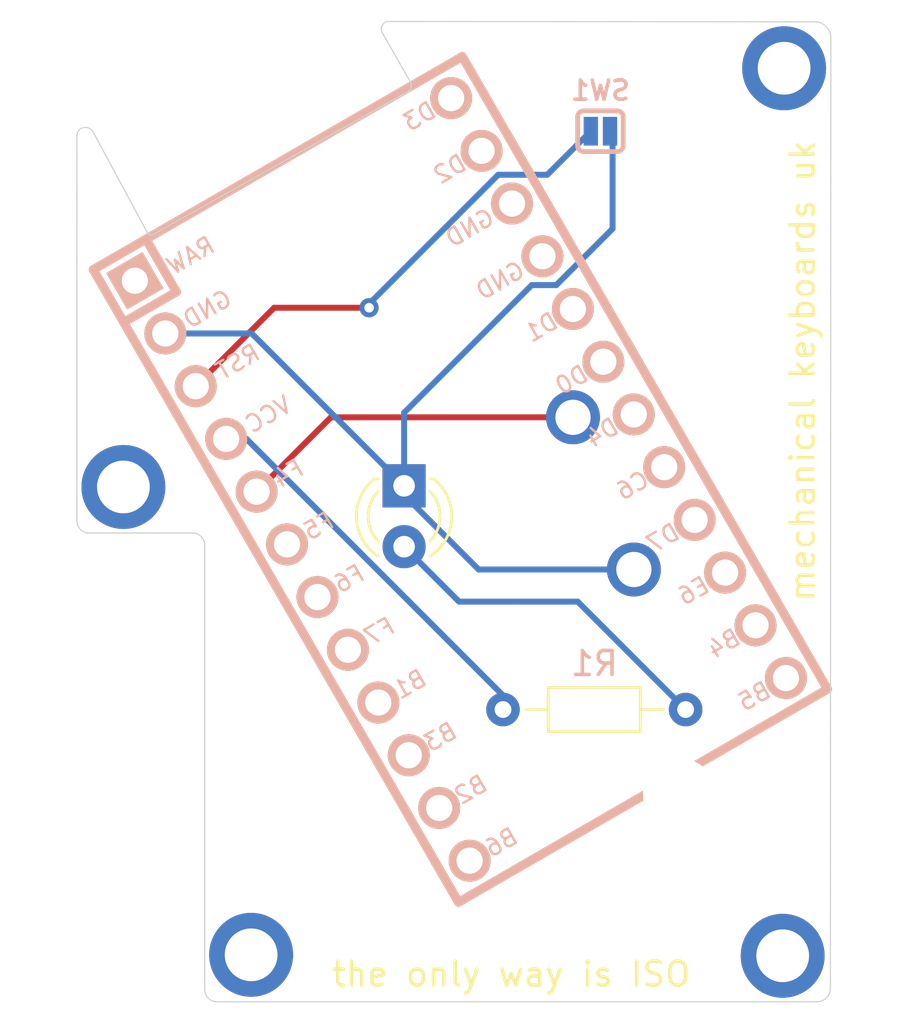
<source format=kicad_pcb>
(kicad_pcb (version 20171130) (host pcbnew "(5.1.8-0-10_14)")

  (general
    (thickness 1.6)
    (drawings 22)
    (tracks 26)
    (zones 0)
    (modules 9)
    (nets 26)
  )

  (page A4)
  (layers
    (0 F.Cu signal)
    (31 B.Cu signal)
    (32 B.Adhes user)
    (33 F.Adhes user)
    (34 B.Paste user)
    (35 F.Paste user)
    (36 B.SilkS user)
    (37 F.SilkS user)
    (38 B.Mask user)
    (39 F.Mask user)
    (40 Dwgs.User user)
    (41 Cmts.User user)
    (42 Eco1.User user)
    (43 Eco2.User user)
    (44 Edge.Cuts user)
    (45 Margin user)
    (46 B.CrtYd user)
    (47 F.CrtYd user)
    (48 B.Fab user)
    (49 F.Fab user)
  )

  (setup
    (last_trace_width 0.25)
    (trace_clearance 0.2)
    (zone_clearance 0.508)
    (zone_45_only no)
    (trace_min 0.2)
    (via_size 0.8)
    (via_drill 0.4)
    (via_min_size 0.4)
    (via_min_drill 0.3)
    (uvia_size 0.3)
    (uvia_drill 0.1)
    (uvias_allowed no)
    (uvia_min_size 0.2)
    (uvia_min_drill 0.1)
    (edge_width 0.05)
    (segment_width 0.2)
    (pcb_text_width 0.3)
    (pcb_text_size 1.5 1.5)
    (mod_edge_width 0.12)
    (mod_text_size 1 1)
    (mod_text_width 0.15)
    (pad_size 0.6 1.2)
    (pad_drill 0)
    (pad_to_mask_clearance 0)
    (aux_axis_origin 0 0)
    (grid_origin 139.573 108.712)
    (visible_elements FFFFFF7F)
    (pcbplotparams
      (layerselection 0x00080_7ffffffe)
      (usegerberextensions false)
      (usegerberattributes true)
      (usegerberadvancedattributes true)
      (creategerberjobfile true)
      (excludeedgelayer true)
      (linewidth 0.100000)
      (plotframeref false)
      (viasonmask false)
      (mode 1)
      (useauxorigin false)
      (hpglpennumber 1)
      (hpglpenspeed 20)
      (hpglpendiameter 15.000000)
      (psnegative false)
      (psa4output false)
      (plotreference true)
      (plotvalue true)
      (plotinvisibletext false)
      (padsonsilk false)
      (subtractmaskfromsilk false)
      (outputformat 3)
      (mirror false)
      (drillshape 0)
      (scaleselection 1)
      (outputdirectory "gerb/"))
  )

  (net 0 "")
  (net 1 "Net-(K?1-Pad1)")
  (net 2 "Net-(D1-Pad1)")
  (net 3 "Net-(D1-Pad2)")
  (net 4 "Net-(R1-Pad1)")
  (net 5 "Net-(SW1-Pad1)")
  (net 6 "Net-(U1-Pad9)")
  (net 7 "Net-(U1-Pad19)")
  (net 8 "Net-(U1-Pad15)")
  (net 9 "Net-(U1-Pad10)")
  (net 10 "Net-(U1-Pad12)")
  (net 11 "Net-(U1-Pad24)")
  (net 12 "Net-(U1-Pad14)")
  (net 13 "Net-(U1-Pad7)")
  (net 14 "Net-(U1-Pad21)")
  (net 15 "Net-(U1-Pad11)")
  (net 16 "Net-(U1-Pad1)")
  (net 17 "Net-(U1-Pad16)")
  (net 18 "Net-(U1-Pad8)")
  (net 19 "Net-(U1-Pad23)")
  (net 20 "Net-(U1-Pad13)")
  (net 21 "Net-(U1-Pad20)")
  (net 22 "Net-(U1-Pad6)")
  (net 23 "Net-(U1-Pad22)")
  (net 24 "Net-(U1-Pad18)")
  (net 25 "Net-(U1-Pad17)")

  (net_class Default "This is the default net class."
    (clearance 0.2)
    (trace_width 0.25)
    (via_dia 0.8)
    (via_drill 0.4)
    (uvia_dia 0.3)
    (uvia_drill 0.1)
    (add_net "Net-(D1-Pad1)")
    (add_net "Net-(D1-Pad2)")
    (add_net "Net-(K?1-Pad1)")
    (add_net "Net-(R1-Pad1)")
    (add_net "Net-(SW1-Pad1)")
    (add_net "Net-(U1-Pad1)")
    (add_net "Net-(U1-Pad10)")
    (add_net "Net-(U1-Pad11)")
    (add_net "Net-(U1-Pad12)")
    (add_net "Net-(U1-Pad13)")
    (add_net "Net-(U1-Pad14)")
    (add_net "Net-(U1-Pad15)")
    (add_net "Net-(U1-Pad16)")
    (add_net "Net-(U1-Pad17)")
    (add_net "Net-(U1-Pad18)")
    (add_net "Net-(U1-Pad19)")
    (add_net "Net-(U1-Pad20)")
    (add_net "Net-(U1-Pad21)")
    (add_net "Net-(U1-Pad22)")
    (add_net "Net-(U1-Pad23)")
    (add_net "Net-(U1-Pad24)")
    (add_net "Net-(U1-Pad6)")
    (add_net "Net-(U1-Pad7)")
    (add_net "Net-(U1-Pad8)")
    (add_net "Net-(U1-Pad9)")
  )

  (module random-keyboard-parts:Generic-Mounthole (layer F.Cu) (tedit 5C91B17B) (tstamp 5FB857C2)
    (at 121.193 95.362)
    (path /5FB9A399)
    (attr virtual)
    (fp_text reference H4 (at 0 2) (layer Dwgs.User)
      (effects (font (size 1 1) (thickness 0.15)))
    )
    (fp_text value MountingHole (at 0 -2) (layer Dwgs.User)
      (effects (font (size 1 1) (thickness 0.15)))
    )
    (pad 1 thru_hole circle (at 0 0) (size 3.5 3.5) (drill 2.2) (layers *.Cu *.Mask))
  )

  (module random-keyboard-parts:Generic-Mounthole (layer F.Cu) (tedit 5C91B17B) (tstamp 5FB856BF)
    (at 126.523 114.882)
    (path /5FB9A014)
    (attr virtual)
    (fp_text reference H3 (at 0 2) (layer Dwgs.User)
      (effects (font (size 1 1) (thickness 0.15)))
    )
    (fp_text value MountingHole (at 0 -2) (layer Dwgs.User)
      (effects (font (size 1 1) (thickness 0.15)))
    )
    (pad 1 thru_hole circle (at 0 0) (size 3.5 3.5) (drill 2.2) (layers *.Cu *.Mask))
  )

  (module random-keyboard-parts:Generic-Mounthole (layer F.Cu) (tedit 5C91B17B) (tstamp 5FB856BA)
    (at 148.703 114.922)
    (path /5FB99CA0)
    (attr virtual)
    (fp_text reference H2 (at 0 2) (layer Dwgs.User)
      (effects (font (size 1 1) (thickness 0.15)))
    )
    (fp_text value MountingHole (at 0 -2) (layer Dwgs.User)
      (effects (font (size 1 1) (thickness 0.15)))
    )
    (pad 1 thru_hole circle (at 0 0) (size 3.5 3.5) (drill 2.2) (layers *.Cu *.Mask))
  )

  (module random-keyboard-parts:Generic-Mounthole (layer F.Cu) (tedit 5C91B17B) (tstamp 5FB856B5)
    (at 148.763 77.892)
    (path /5FB9990F)
    (attr virtual)
    (fp_text reference H1 (at 0 2) (layer Dwgs.User)
      (effects (font (size 1 1) (thickness 0.15)))
    )
    (fp_text value MountingHole (at 0 -2) (layer Dwgs.User)
      (effects (font (size 1 1) (thickness 0.15)))
    )
    (pad 1 thru_hole circle (at 0 0) (size 3.5 3.5) (drill 2.2) (layers *.Cu *.Mask))
  )

  (module canadian_footprints:Pro_Micro (layer F.Cu) (tedit 5FB7CBF9) (tstamp 5FB8049B)
    (at 134.493 93.726 30)
    (path /5FB7984E)
    (fp_text reference U1 (at 0.508 -14.732 210) (layer Eco1.User)
      (effects (font (size 1.27 1.524) (thickness 0.2032)))
    )
    (fp_text value " " (at 0 1.524 120) (layer F.SilkS)
      (effects (font (size 1.27 1.524) (thickness 0.2032)))
    )
    (fp_line (start -6.35 -11.176) (end -8.89 -11.176) (layer B.SilkS) (width 0.381))
    (fp_line (start -6.35 -13.716) (end -6.35 -11.176) (layer B.SilkS) (width 0.381))
    (fp_line (start 8.89 16.764) (end 8.89 -13.716) (layer B.SilkS) (width 0.381))
    (fp_line (start -8.89 16.764) (end 8.89 16.764) (layer B.SilkS) (width 0.381))
    (fp_line (start -8.89 -13.716) (end -8.89 16.764) (layer B.SilkS) (width 0.381))
    (fp_line (start 8.89 -13.716) (end -8.89 -13.716) (layer B.SilkS) (width 0.381))
    (fp_text user " " (at -5.08 -12.192 30) (layer F.SilkS)
      (effects (font (size 0.7 0.7) (thickness 0.1)))
    )
    (fp_text user " " (at -5.588 -9.906 30) (layer F.SilkS)
      (effects (font (size 0.7 0.7) (thickness 0.1)))
    )
    (fp_text user " " (at -5.588 -7.366 30) (layer F.SilkS)
      (effects (font (size 0.7 0.7) (thickness 0.1)))
    )
    (fp_text user " " (at -5.588 -4.826 30) (layer F.SilkS)
      (effects (font (size 0.7 0.7) (thickness 0.1)))
    )
    (fp_text user " " (at -6.096 -2.286 30) (layer F.SilkS)
      (effects (font (size 0.7 0.7) (thickness 0.1)))
    )
    (fp_text user " " (at -6.096 0.254 30) (layer F.SilkS)
      (effects (font (size 0.7 0.7) (thickness 0.1)))
    )
    (fp_text user " " (at -6.096 5.334 30) (layer F.SilkS)
      (effects (font (size 0.7 0.7) (thickness 0.1)))
    )
    (fp_text user " " (at -6.096 2.794 30) (layer F.SilkS)
      (effects (font (size 0.7 0.7) (thickness 0.1)))
    )
    (fp_text user " " (at -6.096 7.874 30) (layer F.SilkS)
      (effects (font (size 0.7 0.7) (thickness 0.1)))
    )
    (fp_text user " " (at -6.096 10.414 30) (layer F.SilkS)
      (effects (font (size 0.7 0.7) (thickness 0.1)))
    )
    (fp_text user " " (at -6.096 12.954 30) (layer F.SilkS)
      (effects (font (size 0.7 0.7) (thickness 0.1)))
    )
    (fp_text user " " (at -6.096 15.494 30) (layer F.SilkS)
      (effects (font (size 0.7 0.7) (thickness 0.1)))
    )
    (fp_text user " " (at 6.096 -12.446 30) (layer F.SilkS)
      (effects (font (size 0.7 0.7) (thickness 0.1)))
    )
    (fp_text user " " (at 6.096 -9.906 30) (layer F.SilkS)
      (effects (font (size 0.7 0.7) (thickness 0.1)))
    )
    (fp_text user " " (at 5.588 -7.366 30) (layer F.SilkS)
      (effects (font (size 0.7 0.7) (thickness 0.1)))
    )
    (fp_text user " " (at 5.588 -4.826 30) (layer F.SilkS)
      (effects (font (size 0.7 0.7) (thickness 0.1)))
    )
    (fp_text user " " (at 6.096 -2.286 30) (layer F.SilkS)
      (effects (font (size 0.7 0.7) (thickness 0.1)))
    )
    (fp_text user " " (at 6.096 0.254 30) (layer F.SilkS)
      (effects (font (size 0.7 0.7) (thickness 0.1)))
    )
    (fp_text user " " (at 6.096 2.794 30) (layer F.SilkS)
      (effects (font (size 0.7 0.7) (thickness 0.1)))
    )
    (fp_text user " " (at 6.096 5.334 30) (layer F.SilkS)
      (effects (font (size 0.7 0.7) (thickness 0.1)))
    )
    (fp_text user B5 (at 6.096 15.494 30) (layer B.SilkS)
      (effects (font (size 0.7 0.7) (thickness 0.1)) (justify mirror))
    )
    (fp_text user B4 (at 6.096 12.954 30) (layer B.SilkS)
      (effects (font (size 0.7 0.7) (thickness 0.1)) (justify mirror))
    )
    (fp_text user E6 (at 6.096 10.414 30) (layer B.SilkS)
      (effects (font (size 0.7 0.7) (thickness 0.1)) (justify mirror))
    )
    (fp_text user D7 (at 6.096 7.874 30) (layer B.SilkS)
      (effects (font (size 0.7 0.7) (thickness 0.1)) (justify mirror))
    )
    (fp_text user C6 (at 6.096 5.334 30) (layer B.SilkS)
      (effects (font (size 0.7 0.7) (thickness 0.1)) (justify mirror))
    )
    (fp_text user D4 (at 6.096 2.794 30) (layer B.SilkS)
      (effects (font (size 0.7 0.7) (thickness 0.1)) (justify mirror))
    )
    (fp_text user D0 (at 6.096 0.254 30) (layer B.SilkS)
      (effects (font (size 0.7 0.7) (thickness 0.1)) (justify mirror))
    )
    (fp_text user D1 (at 6.096 -2.286 30) (layer B.SilkS)
      (effects (font (size 0.7 0.7) (thickness 0.1)) (justify mirror))
    )
    (fp_text user GND (at 5.588 -4.826 30) (layer B.SilkS)
      (effects (font (size 0.7 0.7) (thickness 0.1)) (justify mirror))
    )
    (fp_text user GND (at 5.588 -7.366 30) (layer B.SilkS)
      (effects (font (size 0.7 0.7) (thickness 0.1)) (justify mirror))
    )
    (fp_text user D2 (at 6.096 -9.906 30) (layer B.SilkS)
      (effects (font (size 0.7 0.7) (thickness 0.1)) (justify mirror))
    )
    (fp_text user D3 (at 6.096 -12.446 30) (layer B.SilkS)
      (effects (font (size 0.7 0.7) (thickness 0.1)) (justify mirror))
    )
    (fp_text user B6 (at -6.096 15.494 30) (layer B.SilkS)
      (effects (font (size 0.7 0.7) (thickness 0.1)) (justify mirror))
    )
    (fp_text user B2 (at -6.096 12.954 30) (layer B.SilkS)
      (effects (font (size 0.7 0.7) (thickness 0.1)) (justify mirror))
    )
    (fp_text user B3 (at -6.096 10.414 30) (layer B.SilkS)
      (effects (font (size 0.7 0.7) (thickness 0.1)) (justify mirror))
    )
    (fp_text user B1 (at -6.096 7.874 30) (layer B.SilkS)
      (effects (font (size 0.7 0.7) (thickness 0.1)) (justify mirror))
    )
    (fp_text user F6 (at -6.096 2.794 30) (layer B.SilkS)
      (effects (font (size 0.7 0.7) (thickness 0.1)) (justify mirror))
    )
    (fp_text user F7 (at -6.096 5.334 30) (layer B.SilkS)
      (effects (font (size 0.7 0.7) (thickness 0.1)) (justify mirror))
    )
    (fp_text user F5 (at -6.096 0.254 30) (layer B.SilkS)
      (effects (font (size 0.7 0.7) (thickness 0.1)) (justify mirror))
    )
    (fp_text user F4 (at -6.096 -2.286 30) (layer B.SilkS)
      (effects (font (size 0.7 0.7) (thickness 0.1)) (justify mirror))
    )
    (fp_text user VCC (at -5.588 -4.826 30) (layer B.SilkS)
      (effects (font (size 0.7 0.7) (thickness 0.1)) (justify mirror))
    )
    (fp_text user RST (at -5.588 -7.366 30) (layer B.SilkS)
      (effects (font (size 0.7 0.7) (thickness 0.1)) (justify mirror))
    )
    (fp_text user GND (at -5.588 -9.906 30) (layer B.SilkS)
      (effects (font (size 0.7 0.7) (thickness 0.1)) (justify mirror))
    )
    (fp_text user RAW (at -5.08 -12.192 30) (layer B.SilkS)
      (effects (font (size 0.7 0.7) (thickness 0.1)) (justify mirror))
    )
    (pad 13 thru_hole circle (at 7.62 -12.446 300) (size 1.7526 1.7526) (drill 1.0922) (layers *.Cu *.SilkS *.Mask)
      (net 20 "Net-(U1-Pad13)"))
    (pad 14 thru_hole circle (at 7.62 -9.906 300) (size 1.7526 1.7526) (drill 1.0922) (layers *.Cu *.SilkS *.Mask)
      (net 12 "Net-(U1-Pad14)"))
    (pad 15 thru_hole circle (at 7.62 -7.366 300) (size 1.7526 1.7526) (drill 1.0922) (layers *.Cu *.SilkS *.Mask)
      (net 8 "Net-(U1-Pad15)"))
    (pad 16 thru_hole circle (at 7.62 -4.826 300) (size 1.7526 1.7526) (drill 1.0922) (layers *.Cu *.SilkS *.Mask)
      (net 17 "Net-(U1-Pad16)"))
    (pad 17 thru_hole circle (at 7.62 -2.286 300) (size 1.7526 1.7526) (drill 1.0922) (layers *.Cu *.SilkS *.Mask)
      (net 25 "Net-(U1-Pad17)"))
    (pad 18 thru_hole circle (at 7.62 0.254 300) (size 1.7526 1.7526) (drill 1.0922) (layers *.Cu *.SilkS *.Mask)
      (net 24 "Net-(U1-Pad18)"))
    (pad 19 thru_hole circle (at 7.62 2.794 300) (size 1.7526 1.7526) (drill 1.0922) (layers *.Cu *.SilkS *.Mask)
      (net 7 "Net-(U1-Pad19)"))
    (pad 20 thru_hole circle (at 7.62 5.334 300) (size 1.7526 1.7526) (drill 1.0922) (layers *.Cu *.SilkS *.Mask)
      (net 21 "Net-(U1-Pad20)"))
    (pad 21 thru_hole circle (at 7.62 7.874 300) (size 1.7526 1.7526) (drill 1.0922) (layers *.Cu *.SilkS *.Mask)
      (net 14 "Net-(U1-Pad21)"))
    (pad 22 thru_hole circle (at 7.62 10.414 300) (size 1.7526 1.7526) (drill 1.0922) (layers *.Cu *.SilkS *.Mask)
      (net 23 "Net-(U1-Pad22)"))
    (pad 23 thru_hole circle (at 7.62 12.954 300) (size 1.7526 1.7526) (drill 1.0922) (layers *.Cu *.SilkS *.Mask)
      (net 19 "Net-(U1-Pad23)"))
    (pad 24 thru_hole circle (at 7.62 15.494 300) (size 1.7526 1.7526) (drill 1.0922) (layers *.Cu *.SilkS *.Mask)
      (net 11 "Net-(U1-Pad24)"))
    (pad 12 thru_hole circle (at -7.62 15.494 300) (size 1.7526 1.7526) (drill 1.0922) (layers *.Cu *.SilkS *.Mask)
      (net 10 "Net-(U1-Pad12)"))
    (pad 11 thru_hole circle (at -7.62 12.954 300) (size 1.7526 1.7526) (drill 1.0922) (layers *.Cu *.SilkS *.Mask)
      (net 15 "Net-(U1-Pad11)"))
    (pad 10 thru_hole circle (at -7.62 10.414 300) (size 1.7526 1.7526) (drill 1.0922) (layers *.Cu *.SilkS *.Mask)
      (net 9 "Net-(U1-Pad10)"))
    (pad 9 thru_hole circle (at -7.62 7.874 300) (size 1.7526 1.7526) (drill 1.0922) (layers *.Cu *.SilkS *.Mask)
      (net 6 "Net-(U1-Pad9)"))
    (pad 8 thru_hole circle (at -7.62 5.334 300) (size 1.7526 1.7526) (drill 1.0922) (layers *.Cu *.SilkS *.Mask)
      (net 18 "Net-(U1-Pad8)"))
    (pad 7 thru_hole circle (at -7.62 2.794 300) (size 1.7526 1.7526) (drill 1.0922) (layers *.Cu *.SilkS *.Mask)
      (net 13 "Net-(U1-Pad7)"))
    (pad 6 thru_hole circle (at -7.62 0.254 300) (size 1.7526 1.7526) (drill 1.0922) (layers *.Cu *.SilkS *.Mask)
      (net 22 "Net-(U1-Pad6)"))
    (pad 5 thru_hole circle (at -7.62 -2.286 300) (size 1.7526 1.7526) (drill 1.0922) (layers *.Cu *.SilkS *.Mask)
      (net 1 "Net-(K?1-Pad1)"))
    (pad 4 thru_hole circle (at -7.62 -4.826 300) (size 1.7526 1.7526) (drill 1.0922) (layers *.Cu *.SilkS *.Mask)
      (net 4 "Net-(R1-Pad1)"))
    (pad 3 thru_hole circle (at -7.62 -7.366 300) (size 1.7526 1.7526) (drill 1.0922) (layers *.Cu *.SilkS *.Mask)
      (net 5 "Net-(SW1-Pad1)"))
    (pad 2 thru_hole circle (at -7.62 -9.906 300) (size 1.7526 1.7526) (drill 1.0922) (layers *.Cu *.SilkS *.Mask)
      (net 2 "Net-(D1-Pad1)"))
    (pad 1 thru_hole rect (at -7.62 -12.446 300) (size 1.7526 1.7526) (drill 1.0922) (layers *.Cu *.SilkS *.Mask)
      (net 16 "Net-(U1-Pad1)"))
  )

  (module keyboard_parts:SOLDER_JUMPER_2 (layer F.Cu) (tedit 5FB7CACB) (tstamp 5FB7F9F1)
    (at 141.097 80.518)
    (tags "solder jumper bridge configuration")
    (path /5FB847A5)
    (attr virtual)
    (fp_text reference SW1 (at 0 -1.7) (layer B.SilkS)
      (effects (font (size 0.8 0.8) (thickness 0.15)) (justify mirror))
    )
    (fp_text value SW_PUSH (at 0 1.65) (layer B.SilkS) hide
      (effects (font (size 0.8 0.8) (thickness 0.15)) (justify mirror))
    )
    (fp_line (start 0.95 -0.6) (end 0.95 0.55) (layer B.SilkS) (width 0.2))
    (fp_line (start -0.7 -0.85) (end 0.7 -0.85) (layer B.SilkS) (width 0.2))
    (fp_line (start -0.95 0.6) (end -0.95 -0.6) (layer B.SilkS) (width 0.2))
    (fp_line (start -0.65 0.85) (end 0.65 0.85) (layer B.SilkS) (width 0.2))
    (fp_arc (start 0.7 0.6) (end 0.95 0.6) (angle 90) (layer B.SilkS) (width 0.2))
    (fp_arc (start 0.7 -0.6) (end 0.7 -0.85) (angle 90) (layer B.SilkS) (width 0.2))
    (fp_arc (start -0.7 -0.6) (end -0.95 -0.6) (angle 90) (layer B.SilkS) (width 0.2))
    (fp_arc (start -0.7 0.6) (end -0.7 0.85) (angle 90) (layer B.SilkS) (width 0.2))
    (pad 1 smd rect (at -0.4 0) (size 0.6 1.2) (layers B.Cu B.Mask)
      (net 5 "Net-(SW1-Pad1)") (clearance 0.1))
    (pad 2 smd rect (at 0.4 0) (size 0.6 1.2) (layers B.Cu B.Mask)
      (net 2 "Net-(D1-Pad1)") (clearance 0.1))
  )

  (module MX_Only:MXOnly-ISO-ROTATED-ReversedStabilizers-NoLED (layer F.Cu) (tedit 5D4D7A6D) (tstamp 5FB7F9CC)
    (at 137.414 96.266)
    (path /5FB7B62B)
    (fp_text reference K?1 (at 0 3.175) (layer Dwgs.User)
      (effects (font (size 1 1) (thickness 0.15)))
    )
    (fp_text value KEYSW (at 0 -7.9375) (layer Dwgs.User)
      (effects (font (size 1 1) (thickness 0.15)))
    )
    (fp_line (start -11.90625 19.05) (end -11.90625 0) (layer Dwgs.User) (width 0.15))
    (fp_line (start -11.90625 0) (end -16.66875 0) (layer Dwgs.User) (width 0.15))
    (fp_line (start 5 -7) (end 7 -7) (layer Dwgs.User) (width 0.15))
    (fp_line (start 7 -7) (end 7 -5) (layer Dwgs.User) (width 0.15))
    (fp_line (start 5 7) (end 7 7) (layer Dwgs.User) (width 0.15))
    (fp_line (start 7 7) (end 7 5) (layer Dwgs.User) (width 0.15))
    (fp_line (start -7 5) (end -7 7) (layer Dwgs.User) (width 0.15))
    (fp_line (start -7 7) (end -5 7) (layer Dwgs.User) (width 0.15))
    (fp_line (start -5 -7) (end -7 -7) (layer Dwgs.User) (width 0.15))
    (fp_line (start -7 -7) (end -7 -5) (layer Dwgs.User) (width 0.15))
    (fp_line (start -16.66875 -19.05) (end 11.90625 -19.05) (layer Dwgs.User) (width 0.15))
    (fp_line (start 11.90625 -19.05) (end 11.90625 19.05) (layer Dwgs.User) (width 0.15))
    (fp_line (start -11.90625 19.05) (end 11.90625 19.05) (layer Dwgs.User) (width 0.15))
    (fp_line (start -16.66875 -19.05) (end -16.66875 0) (layer Dwgs.User) (width 0.15))
    (pad "" np_thru_hole circle (at -8.255 -11.938) (size 3.9878 3.9878) (drill 3.9878) (layers *.Cu *.Mask))
    (pad "" np_thru_hole circle (at -8.255 11.938) (size 3.9878 3.9878) (drill 3.9878) (layers *.Cu *.Mask))
    (pad "" np_thru_hole circle (at 6.985 -11.938) (size 3.048 3.048) (drill 3.048) (layers *.Cu *.Mask))
    (pad "" np_thru_hole circle (at 6.985 11.938) (size 3.048 3.048) (drill 3.048) (layers *.Cu *.Mask))
    (pad "" np_thru_hole circle (at 0 5.08 48.0996) (size 1.75 1.75) (drill 1.75) (layers *.Cu *.Mask))
    (pad "" np_thru_hole circle (at 0 -5.08 48.0996) (size 1.75 1.75) (drill 1.75) (layers *.Cu *.Mask))
    (pad 1 thru_hole circle (at 2.54 -3.81) (size 2.25 2.25) (drill 1.47) (layers *.Cu B.Mask)
      (net 1 "Net-(K?1-Pad1)"))
    (pad "" np_thru_hole circle (at 0 0) (size 3.9878 3.9878) (drill 3.9878) (layers *.Cu *.Mask))
    (pad 2 thru_hole circle (at 5.08 2.54) (size 2.25 2.25) (drill 1.47) (layers *.Cu B.Mask)
      (net 2 "Net-(D1-Pad1)"))
  )

  (module LED_THT:LED_D3.0mm_FlatTop (layer F.Cu) (tedit 5880A862) (tstamp 5FB80A0A)
    (at 132.9055 95.3135 270)
    (descr "LED, Round, FlatTop, diameter 3.0mm, 2 pins, http://www.kingbright.com/attachments/file/psearch/000/00/00/L-47XEC(Ver.9A).pdf")
    (tags "LED Round FlatTop diameter 3.0mm 2 pins")
    (path /5FB8A602)
    (fp_text reference " " (at 1.27 -2.96 90) (layer F.SilkS)
      (effects (font (size 1 1) (thickness 0.15)))
    )
    (fp_text value LED (at 1.27 2.96 90) (layer F.Fab)
      (effects (font (size 1 1) (thickness 0.15)))
    )
    (fp_circle (center 1.27 0) (end 2.77 0) (layer F.Fab) (width 0.1))
    (fp_line (start -0.23 -1.16619) (end -0.23 1.16619) (layer F.Fab) (width 0.1))
    (fp_line (start -0.29 -1.236) (end -0.29 -1.08) (layer F.SilkS) (width 0.12))
    (fp_line (start -0.29 1.08) (end -0.29 1.236) (layer F.SilkS) (width 0.12))
    (fp_line (start -1.15 -2.25) (end -1.15 2.25) (layer F.CrtYd) (width 0.05))
    (fp_line (start -1.15 2.25) (end 3.7 2.25) (layer F.CrtYd) (width 0.05))
    (fp_line (start 3.7 2.25) (end 3.7 -2.25) (layer F.CrtYd) (width 0.05))
    (fp_line (start 3.7 -2.25) (end -1.15 -2.25) (layer F.CrtYd) (width 0.05))
    (fp_arc (start 1.27 0) (end 0.229039 1.08) (angle -87.9) (layer F.SilkS) (width 0.12))
    (fp_arc (start 1.27 0) (end 0.229039 -1.08) (angle 87.9) (layer F.SilkS) (width 0.12))
    (fp_arc (start 1.27 0) (end -0.29 1.235516) (angle -108.8) (layer F.SilkS) (width 0.12))
    (fp_arc (start 1.27 0) (end -0.29 -1.235516) (angle 108.8) (layer F.SilkS) (width 0.12))
    (fp_arc (start 1.27 0) (end -0.23 -1.16619) (angle 284.3) (layer F.Fab) (width 0.1))
    (pad 2 thru_hole circle (at 2.54 0 270) (size 1.8 1.8) (drill 0.9) (layers *.Cu *.Mask)
      (net 3 "Net-(D1-Pad2)"))
    (pad 1 thru_hole rect (at 0 0 270) (size 1.8 1.8) (drill 0.9) (layers *.Cu *.Mask)
      (net 2 "Net-(D1-Pad1)"))
    (model ${KISYS3DMOD}/LED_THT.3dshapes/LED_D3.0mm_FlatTop.wrl
      (at (xyz 0 0 0))
      (scale (xyz 1 1 1))
      (rotate (xyz 0 0 0))
    )
  )

  (module Resistor_THT:R_Axial_DIN0204_L3.6mm_D1.6mm_P7.62mm_Horizontal (layer F.Cu) (tedit 5AE5139B) (tstamp 5FB7F9E3)
    (at 137.033 104.648)
    (descr "Resistor, Axial_DIN0204 series, Axial, Horizontal, pin pitch=7.62mm, 0.167W, length*diameter=3.6*1.6mm^2, http://cdn-reichelt.de/documents/datenblatt/B400/1_4W%23YAG.pdf")
    (tags "Resistor Axial_DIN0204 series Axial Horizontal pin pitch 7.62mm 0.167W length 3.6mm diameter 1.6mm")
    (path /5FB8B595)
    (fp_text reference R1 (at 3.81 -1.92 180) (layer B.SilkS)
      (effects (font (size 1 1) (thickness 0.15)) (justify mirror))
    )
    (fp_text value R (at 3.81 1.92) (layer F.Fab)
      (effects (font (size 1 1) (thickness 0.15)))
    )
    (fp_line (start 2.01 -0.8) (end 2.01 0.8) (layer F.Fab) (width 0.1))
    (fp_line (start 2.01 0.8) (end 5.61 0.8) (layer F.Fab) (width 0.1))
    (fp_line (start 5.61 0.8) (end 5.61 -0.8) (layer F.Fab) (width 0.1))
    (fp_line (start 5.61 -0.8) (end 2.01 -0.8) (layer F.Fab) (width 0.1))
    (fp_line (start 0 0) (end 2.01 0) (layer F.Fab) (width 0.1))
    (fp_line (start 7.62 0) (end 5.61 0) (layer F.Fab) (width 0.1))
    (fp_line (start 1.89 -0.92) (end 1.89 0.92) (layer F.SilkS) (width 0.12))
    (fp_line (start 1.89 0.92) (end 5.73 0.92) (layer F.SilkS) (width 0.12))
    (fp_line (start 5.73 0.92) (end 5.73 -0.92) (layer F.SilkS) (width 0.12))
    (fp_line (start 5.73 -0.92) (end 1.89 -0.92) (layer F.SilkS) (width 0.12))
    (fp_line (start 0.94 0) (end 1.89 0) (layer F.SilkS) (width 0.12))
    (fp_line (start 6.68 0) (end 5.73 0) (layer F.SilkS) (width 0.12))
    (fp_line (start -0.95 -1.05) (end -0.95 1.05) (layer F.CrtYd) (width 0.05))
    (fp_line (start -0.95 1.05) (end 8.57 1.05) (layer F.CrtYd) (width 0.05))
    (fp_line (start 8.57 1.05) (end 8.57 -1.05) (layer F.CrtYd) (width 0.05))
    (fp_line (start 8.57 -1.05) (end -0.95 -1.05) (layer F.CrtYd) (width 0.05))
    (fp_text user %R (at 3.81 0) (layer F.Fab)
      (effects (font (size 0.72 0.72) (thickness 0.108)))
    )
    (pad 2 thru_hole oval (at 7.62 0) (size 1.4 1.4) (drill 0.7) (layers *.Cu *.Mask)
      (net 3 "Net-(D1-Pad2)"))
    (pad 1 thru_hole circle (at 0 0) (size 1.4 1.4) (drill 0.7) (layers *.Cu *.Mask)
      (net 4 "Net-(R1-Pad1)"))
    (model ${KISYS3DMOD}/Resistor_THT.3dshapes/R_Axial_DIN0204_L3.6mm_D1.6mm_P7.62mm_Horizontal.wrl
      (at (xyz 0 0 0))
      (scale (xyz 1 1 1))
      (rotate (xyz 0 0 0))
    )
  )

  (gr_text "mechanical keyboards uk\n" (at 149.533 90.522 90) (layer F.SilkS)
    (effects (font (size 1 1) (thickness 0.15)))
  )
  (gr_text "the only way is ISO\n" (at 137.373 115.692) (layer F.SilkS)
    (effects (font (size 1 1) (thickness 0.15)))
  )
  (gr_line (start 150.123 116.842) (end 125.095 116.84) (layer Edge.Cuts) (width 0.05) (tstamp 5FB83CF2))
  (gr_line (start 150.693 116.272) (end 150.713 76.632) (layer Edge.Cuts) (width 0.05) (tstamp 5FB83CF1))
  (gr_arc (start 150.123 116.272) (end 150.123 116.842) (angle -90) (layer Edge.Cuts) (width 0.05))
  (gr_line (start 132.263 75.942) (end 150.033 75.952) (layer Edge.Cuts) (width 0.05) (tstamp 5FB83CEB))
  (gr_arc (start 150.033 76.632) (end 150.713 76.632) (angle -90) (layer Edge.Cuts) (width 0.05))
  (gr_line (start 122.193001 84.751999) (end 119.942999 80.572001) (layer Edge.Cuts) (width 0.05) (tstamp 5FB83CE0))
  (gr_line (start 133.052999 78.871999) (end 122.447448 84.819414) (layer Edge.Cuts) (width 0.05) (tstamp 5FB83CDF))
  (gr_arc (start 122.353 84.662) (end 122.193001 84.751999) (angle -91.60600299) (layer Edge.Cuts) (width 0.05))
  (gr_line (start 132.008519 76.42903) (end 133.173297 78.472556) (layer Edge.Cuts) (width 0.05) (tstamp 5FB83CDC))
  (gr_arc (start 132.913 78.612) (end 133.052999 78.871999) (angle -89.87783434) (layer Edge.Cuts) (width 0.05))
  (gr_arc (start 132.263 76.252) (end 132.263 75.942) (angle -124.8244892) (layer Edge.Cuts) (width 0.05))
  (gr_line (start 119.25051 80.722) (end 119.253 86.614) (layer Edge.Cuts) (width 0.05) (tstamp 5FB83CD6))
  (gr_arc (start 119.613 80.722) (end 119.942999 80.572001) (angle -155.5560452) (layer Edge.Cuts) (width 0.05))
  (gr_line (start 119.253 86.614) (end 119.253 96.774) (layer Edge.Cuts) (width 0.05) (tstamp 5FB83BD3))
  (gr_arc (start 119.761 96.774) (end 119.253 96.774) (angle -90) (layer Edge.Cuts) (width 0.05))
  (gr_line (start 120.777 97.282) (end 119.761 97.282) (layer Edge.Cuts) (width 0.05))
  (gr_line (start 124.079 97.282) (end 120.777 97.282) (layer Edge.Cuts) (width 0.05))
  (gr_arc (start 124.079 97.79) (end 124.587 97.79) (angle -90) (layer Edge.Cuts) (width 0.05))
  (gr_line (start 124.587 116.332) (end 124.587 97.79) (layer Edge.Cuts) (width 0.05))
  (gr_arc (start 125.095 116.332) (end 124.587 116.332) (angle -90) (layer Edge.Cuts) (width 0.05))

  (segment (start 129.851152 92.456) (end 126.750886 95.556266) (width 0.25) (layer F.Cu) (net 1))
  (segment (start 139.954 92.456) (end 129.851152 92.456) (width 0.25) (layer F.Cu) (net 1))
  (segment (start 126.549152 88.957152) (end 122.940886 88.957152) (width 0.25) (layer B.Cu) (net 2))
  (segment (start 132.9055 95.3135) (end 126.549152 88.957152) (width 0.25) (layer B.Cu) (net 2))
  (segment (start 132.9055 95.3135) (end 132.9055 95.6945) (width 0.25) (layer B.Cu) (net 2))
  (segment (start 136.017 98.806) (end 142.494 98.806) (width 0.25) (layer B.Cu) (net 2))
  (segment (start 132.9055 95.6945) (end 136.017 98.806) (width 0.25) (layer B.Cu) (net 2))
  (segment (start 141.605 80.626) (end 141.497 80.518) (width 0.25) (layer B.Cu) (net 2))
  (segment (start 141.605 84.588601) (end 141.605 80.626) (width 0.25) (layer B.Cu) (net 2))
  (segment (start 138.233138 86.937862) (end 139.255739 86.937862) (width 0.25) (layer B.Cu) (net 2))
  (segment (start 139.255739 86.937862) (end 141.605 84.588601) (width 0.25) (layer B.Cu) (net 2))
  (segment (start 132.9055 92.2655) (end 138.233138 86.937862) (width 0.25) (layer B.Cu) (net 2))
  (segment (start 132.9055 95.3135) (end 132.9055 92.2655) (width 0.25) (layer B.Cu) (net 2))
  (segment (start 140.150999 100.145999) (end 144.653 104.648) (width 0.25) (layer B.Cu) (net 3))
  (segment (start 135.197999 100.145999) (end 140.150999 100.145999) (width 0.25) (layer B.Cu) (net 3))
  (segment (start 132.9055 97.8535) (end 135.197999 100.145999) (width 0.25) (layer B.Cu) (net 3))
  (segment (start 126.329107 93.356561) (end 125.480886 93.356561) (width 0.25) (layer B.Cu) (net 4))
  (segment (start 137.033 104.060454) (end 126.329107 93.356561) (width 0.25) (layer B.Cu) (net 4))
  (segment (start 137.033 104.648) (end 137.033 104.060454) (width 0.25) (layer B.Cu) (net 4))
  (segment (start 131.445 87.723045) (end 131.445 87.884) (width 0.25) (layer B.Cu) (net 5))
  (segment (start 138.879444 82.335556) (end 136.832489 82.335556) (width 0.25) (layer B.Cu) (net 5))
  (via (at 131.445 87.884) (size 0.8) (drill 0.4) (layers F.Cu B.Cu) (net 5))
  (segment (start 136.832489 82.335556) (end 131.445 87.723045) (width 0.25) (layer B.Cu) (net 5))
  (segment (start 140.697 80.518) (end 138.879444 82.335556) (width 0.25) (layer B.Cu) (net 5))
  (segment (start 127.483743 87.884) (end 124.210886 91.156857) (width 0.25) (layer F.Cu) (net 5))
  (segment (start 131.445 87.884) (end 127.483743 87.884) (width 0.25) (layer F.Cu) (net 5))

)

</source>
